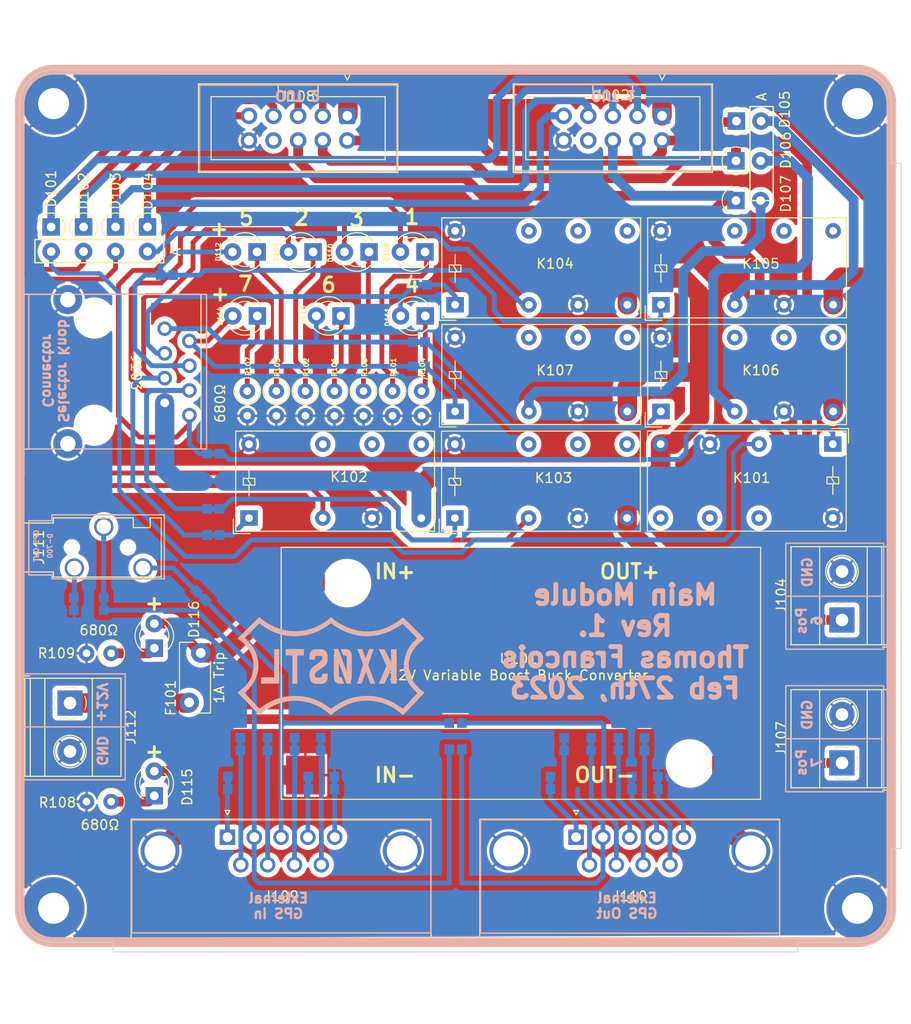
<source format=kicad_pcb>
(kicad_pcb (version 20211014) (generator pcbnew)
  (layers (0 "F.Cu" signal) (31 "B.Cu" signal) (34 "B.Paste" user) (35 "F.Paste" user) (36 "B.SilkS" user "B.Silkscreen") (37 "F.SilkS" user "F.Silkscreen") (38 "B.Mask" user) (39 "F.Mask" user) (44 "Edge.Cuts" user))
  (net 0 "")
  (net 1 "/Main & GPS Switching/Knob_Pos_1")
  (net 2 "+12V")
  (net 3 "/Main & GPS Switching/Knob_Pos_2")
  (net 4 "/Main & GPS Switching/Knob_Pos_3")
  (net 5 "/Main & GPS Switching/Knob_Pos_4")
  (net 6 "/Main & GPS Switching/Knob_Pos_5")
  (net 7 "/Main & GPS Switching/Knob_Pos_6")
  (net 8 "/Main & GPS Switching/Knob_Pos_7")
  (net 9 "+12P")
  (net 10 "GND")
  (net 13 "Net-(J109-Pad2)")
  (net 14 "Net-(D101-Pad2)")
  (net 15 "Net-(D102-Pad2)")
  (net 16 "Net-(D103-Pad2)")
  (net 17 "Net-(D104-Pad2)")
  (net 18 "Net-(D105-Pad2)")
  (net 19 "Net-(D106-Pad2)")
  (net 20 "Net-(D107-Pad2)")
  (net 21 "Net-(J103-Pad1)")
  (net 22 "Net-(J109-Pad1)")
  (net 23 "Net-(J109-Pad4)")
  (net 24 "Net-(J109-Pad5)")
  (net 25 "Net-(J109-Pad6)")
  (net 26 "Net-(J109-Pad7)")
  (net 27 "Net-(J109-Pad8)")
  (net 28 "Net-(J109-Pad9)")
  (net 29 "Net-(J110-Pad1)")
  (net 30 "Net-(J110-Pad2)")
  (net 31 "Net-(J110-Pad3)")
  (net 32 "Net-(J110-Pad4)")
  (net 33 "Net-(J110-Pad5)")
  (net 34 "Net-(J110-Pad6)")
  (net 35 "Net-(J110-Pad7)")
  (net 36 "Net-(J110-Pad8)")
  (net 37 "Net-(J110-Pad9)")
  (net 38 "Net-(J111-PadT)")
  (net 39 "Net-(D108-Pad1)")
  (net 40 "Net-(D109-Pad1)")
  (net 53 "Net-(D110-Pad1)")
  (net 54 "Net-(D111-Pad1)")
  (net 55 "Net-(D112-Pad1)")
  (net 56 "Net-(D113-Pad1)")
  (net 57 "Net-(D115-Pad1)")
  (net 58 "Net-(D116-Pad1)")
  (net 59 "Net-(J109-Pad3)")
  (net 60 "Net-(J111-PadR)")
  (net 61 "Net-(J111-PadS)")
  (net 62 "Net-(D108-Pad2)")
  (net 63 "Net-(D109-Pad2)")
  (net 64 "Net-(D110-Pad2)")
  (net 65 "Net-(D111-Pad2)")
  (net 66 "Net-(D112-Pad2)")
  (net 67 "Net-(D113-Pad2)")
  (net 68 "Net-(JP102-Pad2)")
  (net 69 "Net-(D114-Pad1)")
  (net 70 "Net-(D114-Pad2)")
  (net 71 "Net-(D116-Pad2)")
  (net 72 "Net-(JP103-Pad2)")
  (net 73 "Net-(JP104-Pad2)")
  (net 74 "Net-(JP105-Pad2)")
  (net 75 "Net-(JP106-Pad2)")
  (net 76 "Net-(JP107-Pad2)")
  (net 77 "Net-(JP108-Pad2)")
  (footprint "Resistor_THT:R_Axial_DIN0207_L6.3mm_D2.5mm_P2.54mm_Vertical" (layer "F.Cu") (at 40 43.655 -90)
    (fp_text reference "R102")
    (fp_text value "680Ω")
  )
  (footprint "Resistor_THT:R_Axial_DIN0207_L6.3mm_D2.5mm_P2.54mm_Vertical" (layer "F.Cu") (at 52 43.655 -90)
    (fp_text reference "R104")
    (fp_text value "680Ω")
  )
  (footprint "LED_THT:LED_D3.0mm" (layer "F.Cu") (at 46.571667 29.3 180)
    (fp_text reference "D110")
    (fp_text value "LED")
  )
  (footprint "Resistor_THT:R_Axial_DIN0207_L6.3mm_D2.5mm_P2.54mm_Vertical" (layer "F.Cu") (at 19.945001 70.7 180)
    (fp_text reference "R109")
    (fp_text value "680Ω")
  )
  (footprint "Diode_THT:D_A-405_P2.54mm_Vertical_AnodeUp" (layer "F.Cu") (at 84.5 15.8)
    (fp_text reference "D105")
    (fp_text value "D_Small_Filled")
  )
  (footprint "Relay_THT:Relay_DPDT_Finder_30.22" (layer "F.Cu") (at 55.458674 45.75)
    (fp_text reference "K107")
    (fp_text value "FINDER-40.52")
  )
  (footprint "Fuse:Fuse_Bourns_MF-RG300" (layer "F.Cu") (at 28.000001 75.7625 90)
    (fp_text reference "F101")
    (fp_text value "1A Trip")
  )
  (footprint "Relay_THT:Relay_DPDT_Finder_30.22" (layer "F.Cu") (at 55.458674 34.75)
    (fp_text reference "K104")
    (fp_text value "FINDER-40.52")
  )
  (footprint "Resistor_THT:R_Axial_DIN0207_L6.3mm_D2.5mm_P2.54mm_Vertical" (layer "F.Cu") (at 19.945002 86 180)
    (fp_text reference "R108")
    (fp_text value "680Ω")
  )
  (footprint "libraries:BoostBuck" (layer "F.Cu") (at 39.500001 61.7625)
    (fp_text reference "U101")
    (fp_text value "12V Variable Boost Buck Converter")
  )
  (footprint "Resistor_THT:R_Axial_DIN0207_L6.3mm_D2.5mm_P2.54mm_Vertical" (layer "F.Cu") (at 34 43.654999 -90)
    (fp_text reference "R107")
    (fp_text value "680Ω")
  )
  (footprint "Diode_THT:D_A-405_P2.54mm_Vertical_AnodeUp" (layer "F.Cu") (at 84.454999 19.9)
    (fp_text reference "D106")
    (fp_text value "D_Small_Filled")
  )
  (footprint "TerminalBlock_Phoenix:TerminalBlock_Phoenix_MKDS-1,5-2_1x02_P5.00mm_Horizontal" (layer "F.Cu") (at 15.695001 75.830001 -90)
    (fp_text reference "J112")
    (fp_text value "Power IN")
  )
  (footprint "Connector_Dsub:DSUB-9_Male_Horizontal_P2.77x2.84mm_EdgePinOffset7.70mm_Housed_MountingHolesOffset9.12mm" (layer "F.Cu") (at 31.950001 89.66967)
    (fp_text reference "J109")
    (fp_text value "External GPS IN")
  )
  (footprint "Resistor_THT:R_Axial_DIN0207_L6.3mm_D2.5mm_P2.54mm_Vertical" (layer "F.Cu") (at 37 43.655 -90)
    (fp_text reference "R105")
    (fp_text value "680Ω")
  )
  (footprint "libraries:M3_Mounting" (layer "F.Cu") (at 97.000001 14.000001)
    (fp_text reference "H102" hide)
    (fp_text value "Mounting Hole")
  )
  (footprint "LED_THT:LED_D3.0mm" (layer "F.Cu") (at 35.04 35.9 180)
    (fp_text reference "D114")
    (fp_text value "LED")
  )
  (footprint "LED_THT:LED_D3.0mm" (layer "F.Cu") (at 24.4 85.4 90)
    (fp_text reference "D115")
    (fp_text value "LED")
  )
  (footprint "Resistor_THT:R_Axial_DIN0207_L6.3mm_D2.5mm_P2.54mm_Vertical" (layer "F.Cu") (at 46 43.655 -90)
    (fp_text reference "R103")
    (fp_text value "680Ω")
  )
  (footprint "Diode_THT:D_A-405_P2.54mm_Vertical_AnodeUp" (layer "F.Cu") (at 84.454999 24)
    (fp_text reference "D107")
    (fp_text value "D_Small_Filled")
  )
  (footprint "Diode_THT:D_A-405_P2.54mm_Vertical_AnodeUp" (layer "F.Cu") (at 13.750001 26.7175 -90)
    (fp_text reference "D101")
    (fp_text value "D_Small_Filled")
  )
  (footprint "Resistor_THT:R_Axial_DIN0207_L6.3mm_D2.5mm_P2.54mm_Vertical" (layer "F.Cu") (at 43 43.66 -90)
    (fp_text reference "R106")
    (fp_text value "680Ω")
  )
  (footprint "Resistor_THT:R_Axial_DIN0207_L6.3mm_D2.5mm_P2.54mm_Vertical" (layer "F.Cu") (at 49 43.655 -90)
    (fp_text reference "R101")
    (fp_text value "680Ω")
  )
  (footprint "Relay_THT:Relay_DPDT_Finder_30.22" (layer "F.Cu") (at 94.455646 49.12085 180)
    (fp_text reference "K101")
    (fp_text value "FINDER-40.52")
  )
  (footprint "TerminalBlock_Phoenix:TerminalBlock_Phoenix_MKDS-1,5-2_1x02_P5.00mm_Horizontal" (layer "F.Cu") (at 95.400001 82.0125 90)
    (fp_text reference "J107")
    (fp_text value "KrakenSDR Relay Enable")
  )
  (footprint "Connector_Dsub:DSUB-9_Male_Horizontal_P2.77x2.84mm_EdgePinOffset7.70mm_Housed_MountingHolesOffset9.12mm" (layer "F.Cu") (at 67.950001 89.66967)
    (fp_text reference "J110")
    (fp_text value "External GPS OUT")
  )
  (footprint "Relay_THT:Relay_DPDT_Finder_30.22" (layer "F.Cu") (at 76.708674 45.75)
    (fp_text reference "K106")
    (fp_text value "FINDER-40.52")
  )
  (footprint "Connector_IDC:IDC-Header_2x05_P2.54mm_Vertical" (layer "F.Cu") (at 44.330001 15.26 -90)
    (fp_text reference "J108")
    (fp_text value "2x05 IDC Header - OUT 2")
  )
  (footprint "LED_THT:LED_D3.0mm" (layer "F.Cu") (at 52.35 29.3 180)
    (fp_text reference "D108")
    (fp_text value "LED")
  )
  (footprint "Relay_THT:Relay_DPDT_Finder_30.22" (layer "F.Cu") (at 76.708674 34.75)
    (fp_text reference "K105")
    (fp_text value "FINDER-40.52")
  )
  (footprint "Connector_IDC:IDC-Header_2x05_P2.54mm_Vertical" (layer "F.Cu") (at 76.823333 15.26 -90)
    (fp_text reference "J102")
    (fp_text value "2x05 IDC Header - OUT 1")
  )
  (footprint "Relay_THT:Relay_DPDT_Finder_30.22" (layer "F.Cu") (at 55.432501 56.75)
    (fp_text reference "K103")
    (fp_text value "FINDER-40.52")
  )
  (footprint "libraries:M3_Mounting" (layer "F.Cu") (at 14.000001 97.000001 180)
    (fp_text reference "H104" hide)
    (fp_text value "Mounting Hole")
  )
  (footprint "libraries:Mystery_3.5mm" (layer "F.Cu") (at 15.895001 59.7725 90)
    (fp_text reference "J111")
    (fp_text value "D-700 GPS")
  )
  (footprint "LED_THT:LED_D3.0mm" (layer "F.Cu") (at 24.4 70.175 90)
    (fp_text reference "D116")
    (fp_text value "LED")
  )
  (footprint "Diode_THT:D_A-405_P2.54mm_Vertical_AnodeUp" (layer "F.Cu") (at 17.1 26.7175 -90)
    (fp_text reference "D102")
    (fp_text value "D_Small_Filled")
  )
  (footprint "TerminalBlock_Phoenix:TerminalBlock_Phoenix_MKDS-1,5-2_1x02_P5.00mm_Horizontal" (layer "F.Cu") (at 95.400001 67.2625 90)
    (fp_text reference "J104")
    (fp_text value "External Relay Enable")
  )
  (footprint "LED_THT:LED_D3.0mm" (layer "F.Cu") (at 43.675 35.9 180)
    (fp_text reference "D113")
    (fp_text value "LED")
  )
  (footprint "LED_THT:LED_D3.0mm" (layer "F.Cu") (at 35.015001 29.3 180)
    (fp_text reference "D112")
    (fp_text value "LED")
  )
  (footprint "Diode_THT:D_A-405_P2.54mm_Vertical_AnodeUp" (layer "F.Cu") (at 20.4 26.7175 -90)
    (fp_text reference "D103")
    (fp_text value "D_Small_Filled")
  )
  (footprint "Diode_THT:D_A-405_P2.54mm_Vertical_AnodeUp" (layer "F.Cu") (at 23.7 26.7175 -90)
    (fp_text reference "D104")
    (fp_text value "D_Small_Filled")
  )
  (footprint "LED_THT:LED_D3.0mm" (layer "F.Cu") (at 40.793334 29.3 180)
    (fp_text reference "D109")
    (fp_text value "LED")
  )
  (footprint "LED_THT:LED_D3.0mm" (layer "F.Cu") (at 52.375 35.9 180)
    (fp_text reference "D111")
    (fp_text value "LED")
  )
  (footprint "libraries:M3_Mounting" (layer "F.Cu") (at 97.000001 97.000001 180)
    (fp_text reference "H103" hide)
    (fp_text value "Mounting Hole")
  )
  (footprint "Relay_THT:Relay_DPDT_Finder_30.22" (layer "F.Cu") (at 34.182501 56.75)
    (fp_text reference "K102")
    (fp_text value "FINDER-40.52")
  )
  (footprint "libraries:Mystery_RJ45" (layer "F.Cu") (at 25.475001 44.8125 -90)
    (fp_text reference "J103")
    (fp_text value "Selector Knob Connector" hide)
  )
  (footprint "libraries:M3_Mounting" (layer "F.Cu") (at 14.000001 14.000001)
    (fp_text reference "H101" hide)
    (fp_text value "Mounting Hole")
  )
  (footprint "libraries:LogoSmallInvert" (layer "B.Cu") (at 42.655595 72.017615 180)
    (fp_text reference "G***" hide)
    (fp_text value "LOGO" hide)
  )
  (footprint "libraries:1.0mm_Bridge" (layer "B.Cu") (at 76.4 84.0625 -90)
    (fp_text reference "JP126" hide)
    (fp_text value "Jumper_2_Bridged")
  )
  (footprint "libraries:1.0mm_Bridge" (layer "B.Cu") (at 51.9 32.7)
    (fp_text reference "JP105" hide)
    (fp_text value "Jumper_2_Bridged")
  )
  (footprint "libraries:1.0mm_Bridge" (layer "B.Cu") (at 33.300001 80.0625 90)
    (fp_text reference "JP111" hide)
    (fp_text value "Jumper_2_Bridged")
  )
  (footprint "libraries:1.0mm_Bridge" (layer "B.Cu") (at 16.1 65.6 -90)
    (fp_text reference "JP129" hide)
    (fp_text value "Jumper_2_Bridged")
  )
  (footprint "libraries:1.0mm_Bridge" (layer "B.Cu") (at 41.6 80.0625 90)
    (fp_text reference "JP123" hide)
    (fp_text value "Jumper_2_Bridged")
  )
  (footprint "libraries:1.0mm_Bridge_Open" (layer "B.Cu") (at 55.5 77.9)
    (fp_text reference "JP118" hide)
    (fp_text value "Jumper_2_Bridged")
  )
  (footprint "libraries:1.0mm_Bridge" (layer "B.Cu") (at 36.100001 80.0625 90)
    (fp_text reference "JP115" hide)
    (fp_text value "Jumper_2_Bridged")
  )
  (footprint "libraries:1.0mm_Bridge" (layer "B.Cu") (at 29.200001 64.7625 -45)
    (fp_text reference "JP127" hide)
    (fp_text value "Jumper_2_Bridged")
  )
  (footprint "libraries:1.0mm_Bridge" (layer "B.Cu") (at 69.5 80.0625 -90)
    (fp_text reference "JP116" hide)
    (fp_text value "Jumper_2_Bridged")
  )
  (footprint "libraries:1.0mm_Bridge" (layer "B.Cu") (at 65.3 84.0625 -90)
    (fp_text reference "JP110" hide)
    (fp_text value "Jumper_2_Bridged")
  )
  (footprint "libraries:1.0mm_Bridge" (layer "B.Cu") (at 30.5 52.94)
    (fp_text reference "JP101" hide)
    (fp_text value "Jumper_2_Bridged")
  )
  (footprint "libraries:1.0mm_Bridge" (layer "B.Cu") (at 51.7 38.6)
    (fp_text reference "JP107" hide)
    (fp_text value "Jumper_2_Bridged")
  )
  (footprint "libraries:1.0mm_Bridge" (layer "B.Cu") (at 30.5 58.5)
    (fp_text reference "JP103" hide)
    (fp_text value "Jumper_2_Bridged")
  )
  (footprint "libraries:1.0mm_Bridge" (layer "B.Cu") (at 75 80.0625 -90)
    (fp_text reference "JP124" hide)
    (fp_text value "Jumper_2_Bridged")
  )
  (footprint "libraries:1.0mm_Bridge_Open" (layer "B.Cu") (at 55.5 80.6)
    (fp_text reference "JP114" hide)
    (fp_text value "Jumper_2_Bridged")
  )
  (footprint "libraries:1.0mm_Bridge" (layer "B.Cu") (at 32.000001 84.0625 90)
    (fp_text reference "JP109" hide)
    (fp_text value "Jumper_2_Bridged")
  )
  (footprint "libraries:1.0mm_Bridge" (layer "B.Cu") (at 38.9 80.0625 90)
    (fp_text reference "JP119" hide)
    (fp_text value "Jumper_2_Bridged")
  )
  (footprint "libraries:1.0mm_Bridge" (layer "B.Cu") (at 30.5 50.1)
    (fp_text reference "JP102" hide)
    (fp_text value "Jumper_2_Bridged")
  )
  (footprint "libraries:1.0mm_Bridge" (layer "B.Cu") (at 73.7 84.0625 -90)
    (fp_text reference "JP122" hide)
    (fp_text value "Jumper_2_Bridged")
  )
  (footprint "libraries:1.0mm_Bridge" (layer "B.Cu") (at 30.5 55.8)
    (fp_text reference "JP104" hide)
    (fp_text value "Jumper_2_Bridged")
  )
  (footprint "libraries:1.0mm_Bridge" (layer "B.Cu") (at 40.3 84.0625 90)
    (fp_text reference "JP121" hide)
    (fp_text value "Jumper_2_Bridged")
  )
  (footprint "libraries:1.0mm_Bridge" (layer "B.Cu") (at 66.7 80.0625 -90)
    (fp_text reference "JP112" hide)
    (fp_text value "Jumper_2_Bridged")
  )
  (footprint "libraries:1.0mm_Bridge" (layer "B.Cu") (at 43 84.0625 90)
    (fp_text reference "JP125" hide)
    (fp_text value "Jumper_2_Bridged")
  )
  (footprint "libraries:1.0mm_Bridge" (layer "B.Cu") (at 72.3 80.0625 -90)
    (fp_text reference "JP120" hide)
    (fp_text value "Jumper_2_Bridged")
  )
  (footprint "libraries:1.0mm_Bridge" (layer "B.Cu") (at 51.7 41.1)
    (fp_text reference "JP108" hide)
    (fp_text value "Jumper_2_Bridged")
  )
  (footprint "libraries:1.0mm_Bridge" (layer "B.Cu") (at 19.170002 65.6 -90)
    (fp_text reference "JP128" hide)
    (fp_text value "Jumper_2_Bridged")
  )
  (footprint "libraries:1.0mm_Bridge" (layer "B.Cu") (at 25.7 31.7)
    (fp_text reference "JP106" hide)
    (fp_text value "Jumper_2_Bridged")
  )
  (gr_poly (pts (xy 99.7 84.978877) (xy 89.59417 84.978877) (xy 89.59417 74.044386) (xy 99.7 74.044386)) (layer "B.SilkS") (width 0.15) (fill none))
  (gr_arc (start 10.500001 13.999999) (mid 11.525128 11.525126) (end 14.000001 10.499999) (layer "B.SilkS") (width 1))
  (gr_rect (start 22.075636 87.900684) (end 52.942323 99.543472) (layer "B.SilkS") (width 0.15) (fill none))
  (gr_poly (pts (xy 99.708945 70.277141) (xy 89.603115 70.277141) (xy 89.603115 59.34265) (xy 99.708945 59.34265)) (layer "B.SilkS") (width 0.15) (fill none))
  (gr_line (start 13.831511 63.018575) (end 13.831511 62.618575) (layer "B.SilkS") (width 0.15))
  (gr_line (start 99.7 79.511631) (end 89.583624 79.511632) (layer "B.SilkS") (width 0.15))
  (gr_rect (start 61.57419 12.067707) (end 81.941146 20.941219) (layer "B.SilkS") (width 0.15) (fill none))
  (gr_line (start 13.831511 57.018575) (end 13.831511 56.418575) (layer "B.SilkS") (width 0.15))
  (gr_line (start 14.000001 10.499999) (end 97 10.5) (layer "B.SilkS") (width 1))
  (gr_line (start 25.431511 63.018575) (end 13.831511 63.018575) (layer "B.SilkS") (width 0.15))
  (gr_line (start 11.45 57.018575) (end 13.831511 57.018575) (layer "B.SilkS") (width 0.15))
  (gr_arc (start 97 10.5) (mid 99.474873 11.525127) (end 100.5 14) (layer "B.SilkS") (width 1))
  (gr_line (start 13.831511 62.618575) (end 11.45 62.618575) (layer "B.SilkS") (width 0.15))
  (gr_rect (start 29.077231 12.088314) (end 49.444187 20.961826) (layer "B.SilkS") (width 0.15) (fill none))
  (gr_line (start 25.431511 56.418575) (end 25.431511 63.018575) (layer "B.SilkS") (width 0.15))
  (gr_line (start 99.7 64.809895) (end 89.603115 64.809896) (layer "B.SilkS") (width 0.15))
  (gr_line (start 10.894171 78.295255) (end 21.400001 78.295254) (layer "B.SilkS") (width 0.15))
  (gr_line (start 13.831511 56.418575) (end 25.431511 56.418575) (layer "B.SilkS") (width 0.15))
  (gr_line (start 97.000001 100.499999) (end 14.000002 100.499998) (layer "B.SilkS") (width 1))
  (gr_rect (start 58.084115 87.880612) (end 88.950802 99.5734) (layer "B.SilkS") (width 0.15) (fill none))
  (gr_arc (start 100.500001 96.999999) (mid 99.474874 99.474872) (end 97.000001 100.499999) (layer "B.SilkS") (width 1))
  (gr_line (start 11.45 62.618575) (end 11.45 57.018575) (layer "B.SilkS") (width 0.15))
  (gr_rect (start 11.45 33.670377) (end 29.796594 49.620443) (layer "B.SilkS") (width 0.15) (fill none))
  (gr_line (start 100.5 14) (end 100.500001 96.999999) (layer "B.SilkS") (width 1))
  (gr_line (start 10.500001 96.999998) (end 10.5 13.999999) (layer "B.SilkS") (width 1))
  (gr_arc (start 14.000002 100.499998) (mid 11.525129 99.474871) (end 10.500002 96.999998) (layer "B.SilkS") (width 1))
  (gr_rect (start 10.894171 72.828009) (end 21.400001 83.7625) (layer "B.SilkS") (width 0.15) (fill none))
  (gr_rect (start 12.077777 28.014105) (end 25.377777 30.414105) (layer "F.SilkS") (width 0.15) (fill none))
  (gr_arc (start 14 100.5) (mid 11.525127 99.474873) (end 10.5 97) (layer "F.SilkS") (width 1))
  (gr_arc (start 10.500001 14.000001) (mid 11.525128 11.525128) (end 14.000001 10.500001) (layer "F.SilkS") (width 1))
  (gr_line (start 100.5 14) (end 100.499999 96.999999) (layer "F.SilkS") (width 1))
  (gr_line (start 14.000001 10.500001) (end 97 10.5) (layer "F.SilkS") (width 1))
  (gr_line (start 96.999999 100.500001) (end 14 100.500002) (layer "F.SilkS") (width 1))
  (gr_poly (pts (xy 85.9 24) (xy 85.9 14.3) (xy 88.3 14.3) (xy 88.3 24)) (layer "F.SilkS") (width 0.15) (fill none))
  (gr_arc (start 100.499999 96.999999) (mid 99.474872 99.474872) (end 96.999999 100.499999) (layer "F.SilkS") (width 1))
  (gr_arc (start 97 10.5) (mid 99.474873 11.525127) (end 100.5 14) (layer "F.SilkS") (width 1))
  (gr_line (start 10.5 97) (end 10.500001 14.000001) (layer "F.SilkS") (width 1))
  (gr_line (start 90.85 101.5) (end 90.85 100.5) (layer "Edge.Cuts") (width 0.1))
  (gr_line (start 97.000001 100.500001) (end 90.85 100.5) (layer "Edge.Cuts") (width 0.1))
  (gr_line (start 100.5 90.850003) (end 101.5 90.850003) (layer "Edge.Cuts") (width 0.1))
  (gr_line (start 14.000001 10.500001) (end 97 10.500002) (layer "Edge.Cuts") (width 0.1))
  (gr_line (start 100.500001 97.000001) (end 100.5 90.850003) (layer "Edge.Cuts") (width 0.1))
  (gr_arc (start 97 10.500002) (mid 99.474874 11.525128) (end 100.5 14.000002) (layer "Edge.Cuts") (width 0.1))
  (gr_line (start 100.5 14.000002) (end 100.5 20.150003) (layer "Edge.Cuts") (width 0.1))
  (gr_line (start 10.500002 97) (end 10.500001 14.000001) (layer "Edge.Cuts") (width 0.1))
  (gr_arc (start 14.000002 100.5) (mid 11.525128 99.474874) (end 10.500002 97) (layer "Edge.Cuts") (width 0.1))
  (gr_line (start 100.5 20.150003) (end 101.5 20.150003) (layer "Edge.Cuts") (width 0.1))
  (gr_arc (start 10.500001 14.000001) (mid 11.525127 11.525127) (end 14.000001 10.500001) (layer "Edge.Cuts") (width 0.1))
  (gr_line (start 90.85 101.5) (end 20.15 101.5) (layer "Edge.Cuts") (width 0.1))
  (gr_line (start 20.15 100.5) (end 20.15 101.5) (layer "Edge.Cuts") (width 0.1))
  (gr_line (start 14.000002 100.5) (end 20.15 100.5) (layer "Edge.Cuts") (width 0.1))
  (gr_arc (start 100.500001 97.000001) (mid 99.474875 99.474875) (end 97.000001 100.500001) (layer "Edge.Cuts") (width 0.1))
  (gr_line (start 101.5 90.850003) (end 101.5 20.150003) (layer "Edge.Cuts") (width 0.1))
  (gr_text "External\nGPS In" (at 37.200001 96.7625) (layer "B.SilkS") (effects (font (size 1 1) (thickness 0.25)) (justify mirror)))
  (gr_text "D-700" (at 13.631511 59.618575 90) (layer "B.SilkS") (effects (font (size 0.5 0.5) (thickness 0.125)) (justify mirror)))
  (gr_text "OUT 2" (at 39.200001 13.1625 180) (layer "B.SilkS") (effects (font (size 1 1) (thickness 0.25)) (justify mirror)))
  (gr_text "OUT 1" (at 71.800001 13.1625 180) (layer "B.SilkS") (effects (font (size 1 1) (thickness 0.25)) (justify mirror)))
  (gr_text "GND" (at 91.819492 62.34265 90) (layer "B.SilkS") (effects (font (size 1 1) (thickness 0.25)) (justify mirror)))
  (gr_text "+12V" (at 19.000001 75.7625 270) (layer "B.SilkS") (effects (font (size 1 1) (thickness 0.25)) (justify mirror)))
  (gr_text "Pos\n7" (at 92.016378 81.9625 90) (layer "B.SilkS") (effects (font (size 1 1) (thickness 0.25)) (justify mirror)))
  (gr_text "Pos\n6" (at 92.016378 67.34265 90) (layer "B.SilkS") (effects (font (size 1 1) (thickness 0.25)) (justify mirror)))
  (gr_text "Main Module\nRev 1.\nThomas Francois\nFeb 27th, 2023" (at 73 69.5) (layer "B.SilkS") (effects (font (size 2 2) (thickness 0.5)) (justify mirror)))
  (gr_text "Selector Knob\nConnector" (at 14.200001 41.5625 -90) (layer "B.SilkS") (effects (font (size 1 1) (thickness 0.25)) (justify mirror)))
  (gr_text "GPS OUT" (at 12.223502 59.612032 90) (layer "B.SilkS") (effects (font (size 0.5 0.5) (thickness 0.125)) (justify mirror)))
  (gr_text "GND" (at 91.800001 77.044386 90) (layer "B.SilkS") (effects (font (size 1 1) (thickness 0.25)) (justify mirror)))
  (gr_text "External\nGPS Out" (at 73.20848 96.742428) (layer "B.SilkS") (effects (font (size 1 1) (thickness 0.25)) (justify mirror)))
  (gr_text "GND" (at 19.000001 80.7625 270) (layer "B.SilkS") (effects (font (size 1 1) (thickness 0.25)) (justify mirror)))
  (gr_text "IN+" (at 49.250001 62.2625) (layer "F.SilkS") (effects (font (size 1.5 1.5) (thickness 0.3))))
  (gr_text "4" (at 51 32.7) (layer "F.SilkS") (effects (font (size 1.5 1.5) (thickness 0.3))))
  (gr_text "1" (at 51 25.7) (layer "F.SilkS") (effects (font (size 1.5 1.5) (thickness 0.3))))
  (gr_text "OUT-" (at 70.900001 83.2625) (layer "F.SilkS") (effects (font (size 1.5 1.5) (thickness 0.3))))
  (gr_text "3" (at 45.3 25.9) (layer "F.SilkS") (effects (font (size 1.5 1.5) (thickness 0.3))))
  (gr_text "+" (at 31.2 33.6) (layer "F.SilkS") (effects (font (size 1.5 1.5) (thickness 0.3)) (justify mirror)))
  (gr_text "OUT+" (at 73.500001 62.2625) (layer "F.SilkS") (effects (font (size 1.5 1.5) (thickness 0.3))))
  (gr_text "+" (at 24.4 80.8) (layer "F.SilkS") (effects (font (size 1.5 1.5) (thickness 0.3)) (justify mirror)))
  (gr_text "+" (at 24.4 65.5) (layer "F.SilkS") (effects (font (size 1.5 1.5) (thickness 0.3)) (justify mirror)))
  (gr_text "2" (at 39.6 25.8) (layer "F.SilkS") (effects (font (size 1.5 1.5) (thickness 0.3))))
  (gr_text "IN-" (at 49.250001 83.2625) (layer "F.SilkS") (effects (font (size 1.5 1.5) (thickness 0.3))))
  (gr_text "7" (at 33.8 32.6) (layer "F.SilkS") (effects (font (size 1.5 1.5) (thickness 0.3))))
  (gr_text "6" (at 42.4 32.7) (layer "F.SilkS") (effects (font (size 1.5 1.5) (thickness 0.3))))
  (gr_text "+" (at 31.1 26.9) (layer "F.SilkS") (effects (font (size 1.5 1.5) (thickness 0.3)) (justify mirror)))
  (gr_text "5" (at 33.9 25.8) (layer "F.SilkS") (effects (font (size 1.5 1.5) (thickness 0.3))))
  (segment (start 41.790001 12.0525) (end 41.790001 15.26) (width 0.75) (layer "F.Cu") (net 1))
  (segment (start 41.22395 11.486449) (end 41.790001 12.0525) (width 0.75) (layer "F.Cu") (net 1))
  (segment (start 13.750001 24.449999) (end 26.713551 11.486449) (width 0.75) (layer "F.Cu") (net 1))
  (segment (start 13.750001 26.7175) (end 13.750001 24.449999) (width 0.75) (layer "F.Cu") (net 1))
  (segment (start 26.713551 11.486449) (end 41.22395 11.486449) (width 0.75) (layer "F.Cu") (net 1))
  (segment (start 59.751441 17.26106) (end 59.751441 16.0125) (width 0.75) (layer "B.Cu") (net 1))
  (segment (start 13.750001 26.2625) (end 13.750001 26.7175) (width 0.45) (layer "B.Cu") (net 1))
  (segment (start 61.784768 11.486449) (end 73.12395 11.486449) (width 0.75) (layer "B.Cu") (net 1))
  (segment (start 59.751441 17.26106) (end 59.751441 13.519776) (width 0.75) (layer "B.Cu") (net 1))
  (segment (start 74.283333 12.645832) (end 74.283333 15.26) (width 0.75) (layer "B.Cu") (net 1))
  (segment (start 18.48799 19.774511) (end 13.750001 24.5125) (width 0.75) (layer "B.Cu") (net 1))
  (segment (start 13.750001 24.5125) (end 13.750001 26.7175) (width 0.75) (layer "B.Cu") (net 1))
  (segment (start 58.98799 19.774511) (end 18.48799 19.774511) (width 0.75) (layer "B.Cu") (net 1))
  (segment (start 59.751441 19.01106) (end 58.98799 19.774511) (width 0.75) (layer "B.Cu") (net 1))
  (segment (start 59.751441 17.26106) (end 59.751441 19.01106) (width 0.75) (layer "B.Cu") (net 1))
  (segment (start 59.751441 13.519776) (end 61.784768 11.486449) (width 0.75) (layer "B.Cu") (net 1))
  (segment (start 73.12395 11.486449) (end 74.283333 12.645832) (width 0.75) (layer "B.Cu") (net 1))
  (segment (start 15.695001 75.830001) (end 27.950001 75.830001) (width 2) (layer "F.Cu") (net 2))
  (segment (start 15.695001 75.830001) (end 15.745001 75.780001) (width 2) (layer "F.Cu") (net 2))
  (segment (start 27.950001 75.830001) (end 28.000001 75.780001) (width 2) (layer "F.Cu") (net 2))
  (segment (start 27.814031 12.585969) (end 38.32347 12.585969) (width 0.75) (layer "F.Cu") (net 3))
  (segment (start 17.1 26.7175) (end 17.1 23.3) (width 0.75) (layer "F.Cu") (net 3))
  (segment (start 39.250001 13.5125) (end 39.250001 15.26) (width 0.75) (layer "F.Cu") (net 3))
  (segment (start 17.1 23.3) (end 27.814031 12.585969) (width 0.75) (layer "F.Cu") (net 3))
  (segment (start 38.32347 12.585969) (end 39.250001 13.5125) (width 0.75) (layer "F.Cu") (net 3))
  (segment (start 71.743333 13.705832) (end 70.62347 12.585969) (width 0.75) (layer "B.Cu") (net 3))
  (segment (start 17.1 23.8) (end 17.1 26.7175) (width 0.75) (layer "B.Cu") (net 3))
  (segment (start 61.23847 21.274031) (end 19.625969 21.274031) (width 0.75) (layer "B.Cu") (net 3))
  (segment (start 71.743333 15.26) (end 71.743333 13.705832) (width 0.75) (layer "B.Cu") (net 3))
  (segment (start 70.62347 12.585969) (end 62.80589 12.585969) (width 0.75) (layer "B.Cu") (net 3))
  (segment (start 62.80589 12.585969) (end 61.250961 14.140898) (width 0.75) (layer "B.Cu") (net 3))
  (segment (start 61.250961 21.26154) (end 61.23847 21.274031) (width 0.75) (layer "B.Cu") (net 3))
  (segment (start 61.250961 14.140898) (end 61.250961 21.26154) (width 0.75) (layer "B.Cu") (net 3))
  (segment (start 19.625969 21.274031) (end 17.1 23.8) (width 0.75) (layer "B.Cu") (net 3))
  (segment (start 20.4 26.7175) (end 20.4 24.2) (width 0.75) (layer "F.Cu") (net 4))
  (segment (start 36.710001 15.26) (end 36.710001 14.3025) (width 0.75) (layer "F.Cu") (net 4))
  (segment (start 36.09299 13.685489) (end 29.014511 13.685489) (width 0.75) (layer "F.Cu") (net 4))
  (segment (start 20.4 22.3) (end 29.014511 13.685489) (width 0.75) (layer "F.Cu") (net 4))
  (segment (start 20.4 24.2) (end 20.4 22.3) (width 0.75) (layer "F.Cu") (net 4))
  (segment (start 36.710001 14.3025) (end 36.09299 13.685489) (width 0.75) (layer "F.Cu") (net 4))
  (segment (start 62.750481 22.141378) (end 62.750481 14.76202) (width 0.75) (layer "B.Cu") (net 4))
  (segment (start 22.126449 22.773551) (end 20.4 24.5) (width 0.75) (layer "B.Cu") (net 4))
  (segment (start 26.126449 22.773551) (end 22.126449 22.773551) (width 0.75) (layer "B.Cu") (net 4))
  (segment (start 24.426449 22.773551) (end 26.126449 22.773551) (width 0.75) (layer "B.Cu") (net 4))
  (segment (start 26.126449 22.773551) (end 62.118308 22.773551) (width 0.75) (layer "B.Cu") (net 4))
  (segment (start 20.4 24.5) (end 20.4 26.7175) (width 0.75) (layer "B.Cu") (net 4))
  (segment (start 69.203333 14.309168) (end 69.203333 15.26) (width 0.75) (layer "B.Cu") (net 4))
  (segment (start 62.750481 14.76202) (end 63.827012 13.685489) (width 0.75) (layer "B.Cu") (net 4))
  (segment (start 68.579654 13.685489) (end 69.203333 14.309168) (width 0.75) (layer "B.Cu") (net 4))
  (segment (start 62.118308 22.773551) (end 62.750481 22.141378) (width 0.75) (layer "B.Cu") (net 4))
  (segment (start 63.827012 13.685489) (end 68.579654 13.685489) (width 0.75) (layer "B.Cu") (net 4))
  (segment (start 29.64 15.26) (end 32.752501 15.26) (width 0.75) (layer "F.Cu") (net 5))
  (segment (start 34.170001 15.26) (end 32.752501 15.26) (width 0.75) (layer "F.Cu") (net 5))
  (segment (start 32.752501 15.26) (end 32.750001 15.2625) (width 0.75) (layer "F.Cu") (net 5))
  (segment (start 23.7 21.2) (end 29.64 15.26) (width 0.75) (layer "F.Cu") (net 5))
  (segment (start 23.7 26.7175) (end 23.7 21.2) (width 0.75) (layer "F.Cu") (net 5))
  (segment (start 62.73943 24.273071) (end 64.250001 22.7625) (width 0.75) (layer "B.Cu") (net 5))
  (segment (start 30.826929 24.273071) (end 62.73943 24.273071) (width 0.75) (layer "B.Cu") (net 5))
  (segment (start 65.002501 15.26) (end 66.663333 15.26) (width 0.75) (layer "B.Cu") (net 5))
  (segment (start 64.250001 16.0125) (end 65.002501 15.26) (width 0.75) (layer "B.Cu") (net 5))
  (segment (start 28.826929 24.273071) (end 30.826929 24.273071) (width 0.75) (layer "B.Cu") (net 5))
  (segment (start 30.826929 24.273071) (end 24.226929 24.273071) (width 0.75) (layer "B.Cu") (net 5))
  (segment (start 23.7 24.8) (end 23.7 26.7175) (width 0.75) (layer "B.Cu") (net 5))
  (segment (start 64.250001 22.7625) (end 64.250001 16.0125) (width 0.75) (layer "B.Cu") (net 5))
  (segment (start 24.226929 24.273071) (end 23.7 24.8) (width 0.75) (layer "B.Cu") (net 5))
  (segment (start 57.7 17.8) (end 59.8 19.9) (width 1) (layer "F.Cu") (net 6))
  (segment (start 76.823333 18.976667) (end 76.823333 17.8) (width 1) (layer "F.Cu") (net 6))
  (segment (start 76.823333 17.8) (end 78.4 17.8) (width 1) (layer "F.Cu") (net 6))
  (segment (start 75.9 19.9) (end 76.823333 18.976667) (width 1) (layer "F.Cu") (net 6))
  (segment (start 84.4 15.9) (end 84.5 15.8) (width 1) (layer "F.Cu") (net 6))
  (segment (start 44.330001 17.8) (end 57.7 17.8) (width 1) (layer "F.Cu") (net 6))
  (segment (start 80.3 15.9) (end 84.4 15.9) (width 1) (layer "F.Cu") (net 6))
  (segment (start 78.4 17.8) (end 80.3 15.9) (width 1) (layer "F.Cu") (net 6))
  (segment (start 59.8 19.9) (end 75.9 19.9) (width 1) (layer "F.Cu") (net 6))
  (segment (start 91.796272 19.996272) (end 89.7 17.9) (width 1) (layer "F.Cu") (net 7))
  (segment (start 57.2 19.9) (end 42.580002 19.9) (width 1) (layer "F.Cu") (net 7))
  (segment (start 89.7 17.9) (end 85 17.9) (width 1) (layer "F.Cu") (net 7))
  (segment (start 84.454999 18.445001) (end 85 17.9) (width 1) (layer "F.Cu") (net 7))
  (segment (start 95.400001 67.2625) (end 93.500001 67.2625) (width 1) (layer "F.Cu") (net 7))
  (segment (start 42.580002 19.9) (end 41.790001 19.109999) (width 1) (layer "F.Cu") (net 7))
  (segment (start 59 21.7) (end 57.2 19.9) (width 1) (layer "F.Cu") (net 7))
  (segment (start 84.454999 19.9) (end 84.454999 18.445001) (width 1) (layer "F.Cu") (net 7))
  (segment (start 82.5 19.9) (end 84.454999 19.9) (width 1) (layer "F.Cu") (net 7))
  (segment (start 77 21.7) (end 78.8 19.9) (width 1) (layer "F.Cu") (net 7))
  (segment (start 77 21.7) (end 59 21.7) (width 1) (layer "F.Cu") (net 7))
  (segment (start 91.796272 65.558771) (end 91.796272 19.996272) (width 1) (layer "F.Cu") (net 7))
  (segment (start 78.8 19.9) (end 82.5 19.9) (width 1) (layer "F.Cu") (net 7))
  (segment (start 41.790001 19.109999) (end 41.790001 17.8) (width 1) (layer "F.Cu") (net 7))
  (segment (start 93.500001 67.2625) (end 91.796272 65.558771) (width 1) (layer "F.Cu") (net 7))
  (segment (start 74.283333 19.483333) (end 74.7 19.9) (width 1) (layer "B.Cu") (net 7))
  (segment (start 74.283333 17.8) (end 74.283333 19.483333) (width 1) (layer "B.Cu") (net 7))
  (segment (start 74.7 19.9) (end 84.454999 19.9) (width 1) (layer "B.Cu") (net 7))
  (segment (start 88.981171 48.281171) (end 86.9 46.2) (width 1) (layer "F.Cu") (net 8))
  (segment (start 92.750001 82.0125) (end 91.750001 81.0125) (width 1) (layer "F.Cu") (net 8))
  (segment (start 56.5 21.7) (end 58.3 23.5) (width 1) (layer "F.Cu") (net 8))
  (segment (start 91.750001 73.2625) (end 88.981171 70.49367) (width 1) (layer "F.Cu") (net 8))
  (segment (start 95.400001 82.0125) (end 92.750001 82.0125) (width 1) (layer "F.Cu") (net 8))
  (segment (start 88.981171 70.49367) (end 88.981171 48.281171) (width 1) (layer "F.Cu") (net 8))
  (segment (start 82.1 25.1) (end 83.2 24) (width 1) (layer "F.Cu") (net 8))
  (segment (start 82.1 28.1) (end 82.1 25.1) (width 1) (layer "F.Cu") (net 8))
  (segment (start 85.4 29.5) (end 83.5 29.5) (width 1) (layer "F.Cu") (net 8))
  (segment (start 83.954999 23.5) (end 84.454999 24) (width 1) (layer "F.Cu") (net 8))
  (segment (start 41.1 21.7) (end 56.5 21.7) (width 1) (layer "F.Cu") (net 8))
  (segment (start 58.3 23.5) (end 83.954999 23.5) (width 1) (layer "F.Cu") (net 8))
  (segment (start 83.2 24) (end 84.454999 24) (width 1) (layer "F.Cu") (net 8))
  (segment (start 91.750001 81.0125) (end 91.750001 73.2625) (width 1) (layer "F.Cu") (net 8))
  (segment (start 39.250001 19.850001) (end 41.1 21.7) (width 1) (layer "F.Cu") (net 8))
  (segment (start 86.9 31) (end 85.4 29.5) (width 1) (layer "F.Cu") (net 8))
  (segment (start 86.9 46.2) (end 86.9 31) (width 1) (layer "F.Cu") (net 8))
  (segment (start 83.5 29.5) (end 82.1 28.1) (width 1) (layer "F.Cu") (net 8))
  (segment (start 39.250001 17.8) (end 39.250001 19.850001) (width 1) (layer "F.Cu") (net 8))
  (segment (start 71.743333 21.343333) (end 73.9 23.5) (width 1) (layer "B.Cu") (net 8))
  (segment (start 83.954999 23.5) (end 84.454999 24) (width 1) (layer "B.Cu") (net 8))
  (segment (start 71.743333 17.8) (end 71.743333 21.343333) (width 1) (layer "B.Cu") (net 8))
  (segment (start 73.9 23.5) (end 83.954999 23.5) (width 1) (layer "B.Cu") (net 8))
  (segment (start 94.488674 32.711326) (end 95.300001 31.899999) (width 2) (layer "F.Cu") (net 9))
  (segment (start 51.962501 53.625) (end 52.037501 53.55) (width 2) (layer "F.Cu") (net 9))
  (segment (start 52.825001 52.5125) (end 52.037501 53.3) (width 2) (layer "F.Cu") (net 9))
  (segment (start 44.389512 12.622989) (end 44.389512 14.5125) (width 2) (layer "F.Cu") (net 9))
  (segment (start 98.000001 85.2625) (end 99.000001 84.2625) (width 2) (layer "F.Cu") (net 9))
  (segment (start 24.4 82.86) (end 25.94 82.86) (width 1) (layer "F.Cu") (net 9))
  (segment (start 99.000001 42.200001) (end 99.000001 31.899999) (width 2) (layer "F.Cu") (net 9))
  (segment (start 73.212501 57.88137) (end 77.593631 62.2625) (width 2) (layer "F.Cu") (net 9))
  (segment (start 44.389513 13.236102) (end 44.389513 15.125613) (width 2) (layer "F.Cu") (net 9))
  (segment (start 74.8 41.7) (end 80.7 41.7) (width 2) (layer "F.Cu") (net 9))
  (segment (start 25.94 82.86) (end 31.3 77.5) (width 1) (layer "F.Cu") (net 9))
  (segment (start 73.238674 32.861326) (end 74.1 32) (width 2) (layer "F.Cu") (net 9))
  (segment (start 99.000001 84.2625) (end 99.000001 42.200001) (width 2) (layer "F.Cu") (net 9))
  (segment (start 72.500001 52.5125) (end 70.750001 52.5125) (width 2) (layer "F.Cu") (net 9))
  (segment (start 88.500001 80.7625) (end 88.500001 84.0125) (width 2) (layer "F.Cu") (net 9))
  (segment (start 76.675646 51.724354) (end 76.675646 49.12085) (width 2) (layer "F.Cu") (net 9))
  (segment (start 74.1 32) (end 79 32) (width 2) (layer "F.Cu") (net 9))
  (segment (start 95.577347 42.200001) (end 99.000001 42.200001) (width 2) (layer "F.Cu") (net 9))
  (segment (start 84.000001 62.2625) (end 84.000001 76.2625) (width 2) (layer "F.Cu") (net 9))
  (segment (start 78.750001 12.0125) (end 45.000001 12.0125) (width 2) (layer "F.Cu") (net 9))
  (segment (start 77.97915 49.12085) (end 76.675646 49.12085) (width 2) (layer "F.Cu") (net 9))
  (segment (start 80.7 41.7) (end 80.7 46.4) (width 2) (layer "F.Cu") (net 9))
  (segment (start 76.823333 12.01) (end 76.823333 15.26) (width 2) (layer "F.Cu") (net 9))
  (segment (start 73.238674 34.75) (end 73.238674 32.861326) (width 2) (layer "F.Cu") (net 9))
  (segment (start 87.000001 12.0125) (end 78.750001 12.0125) (width 2) (layer "F.Cu") (net 9))
  (segment (start 88.500001 84.0125) (end 89.750001 85.2625) (width 2) (layer "F.Cu") (net 9))
  (segment (start 79 32) (end 80.7 33.7) (width 2) (layer "F.Cu") (net 9))
  (segment (start 73.212501 56.75) (end 73.212501 53.225) (width 2) (layer "F.Cu") (net 9))
  (segment (start 51.962501 56.75) (end 51.962501 54.8) (width 2) (layer "F.Cu") (net 9))
  (segment (start 94.488674 43.288674) (end 95.577347 42.200001) (width 2) (layer "F.Cu") (net 9))
  (segment (start 94.488674 45.75) (end 94.488674 43.288674) (width 2) (layer "F.Cu") (net 9))
  (segment (start 80.7 33.7) (end 80.7 41.7) (width 2) (layer "F.Cu") (net 9))
  (segment (start 51.962501 54.725) (end 51.962501 54.8) (width 2) (layer "F.Cu") (net 9))
  (segment (start 73.238674 45.75) (end 73.238674 43.261326) (width 2) (layer "F.Cu") (net 9))
  (segment (start 84.000001 76.2625) (end 85.568751 77.831249) (width 2) (layer "F.Cu") (net 9))
  (segment (start 31.3 77.5) (end 85.237502 77.5) (width 1) (layer "F.Cu") (net 9))
  (segment (start 85.237502 77.5) (end 85.568751 77.831249) (width 1) (layer "F.Cu") (net 9))
  (segment (start 73.238674 43.261326) (end 74.8 41.7) (width 2) (layer "F.Cu") (net 9))
  (segment (start 95.300001 31.899999) (end 99.000001 31.899999) (width 2) (layer "F.Cu") (net 9))
  (segment (start 51.962501 54.8) (end 51.962501 53.625) (width 2) (layer "F.Cu") (net 9))
  (segment (start 94.488674 34.75) (end 94.488674 32.711326) (width 2) (layer "F.Cu") (net 9))
  (segment (start 69.3875 52.5125) (end 52.825001 52.5125) (width 2) (layer "F.Cu") (net 9))
  (segment (start 77.593631 62.2625) (end 84.000001 62.2625) (width 2) (layer "F.Cu") (net 9))
  (segment (start 52.037501 53.55) (end 52.037501 53.3) (width 2) (layer "F.Cu") (net 9))
  (segment (start 85.568751 77.831249) (end 88.500001 80.7625) (width 2) (layer "F.Cu") (net 9))
  (segment (start 73.212501 53.225) (end 72.500001 52.5125) (width 2) (layer "F.Cu") (net 9))
  (segment (start 70.750001 52.5125) (end 69.3875 52.5125) (width 2) (layer "F.Cu") (net 9))
  (segment (start 99.000001 24.0125) (end 87.000001 12.0125) (width 2) (layer "F.Cu") (net 9))
  (segment (start 75.8875 52.5125) (end 76.675646 51.724354) (width 2) (layer "F.Cu") (net 9))
  (segment (start 73.212501 56.75) (end 73.212501 57.88137) (width 2) (layer "F.Cu") (net 9))
  (segment (start 69.3875 52.5125) (end 75.8875 52.5125) (width 2) (layer "F.Cu") (net 9))
  (segment (start 89.750001 85.2625) (end 98.000001 85.2625) (width 2) (layer "F.Cu") (net 9))
  (segment (start 80.7 46.4) (end 77.97915 49.12085) (width 2) (layer "F.Cu") (net 9))
  (segment (start 45.000001 12.0125) (end 44.389512 12.622989) (width 2) (layer "F.Cu") (net 9))
  (segment (start 99.000001 31.899999) (end 99.000001 24.0125) (width 2) (layer "F.Cu") (net 9))
  (segment (start 51.231779 52.931779) (end 31.645969 52.931779) (width 2) (layer "B.Cu") (net 9))
  (segment (start 52 53.7) (end 51.231779 52.931779) (width 2) (layer "B.Cu") (net 9))
  (segment (start 52 56.712501) (end 51.962501 56.75) (width 2) (layer "B.Cu") (net 9))
  (segment (start 52 53.7) (end 52 56.712501) (width 2) (layer "B.Cu") (net 9))
  (segment (start 84.000001 89.09967) (end 85.990001 91.08967) (width 2) (layer "F.Cu") (net 10))
  (segment (start 84.000001 83.2625) (end 84.000001 89.09967) (width 2) (layer "F.Cu") (net 10))
  (segment (start 32.817171 83.2625) (end 40.000001 83.2625) (width 2) (layer "F.Cu") (net 10))
  (segment (start 24.990001 91.08967) (end 32.817171 83.2625) (width 2) (layer "F.Cu") (net 10))
  (segment (start 35.194203 94.394203) (end 34.720001 93.920001) (width 0.5) (layer "B.Cu") (net 13))
  (segment (start 34.720001 93.920001) (end 34.720001 89.66967) (width 0.5) (layer "B.Cu") (net 13))
  (segment (start 28.753999 66.253999) (end 30.653999 68.153999) (width 0.5) (layer "B.Cu") (net 13))
  (segment (start 19.175799 66.253999) (end 28.753999 66.253999) (width 0.5) (layer "B.Cu") (net 13))
  (segment (start 30.653999 68.153999) (end 34.720001 72.220001) (width 0.5) (layer "B.Cu") (net 13))
  (segment (start 34.720001 72.220001) (end 34.720001 89.66967) (width 0.5) (layer "B.Cu") (net 13))
  (segment (start 54.853999 94.394203) (end 35.194203 94.394203) (width 0.5) (layer "B.Cu") (net 13))
  (segment (start 54.853999 94.394203) (end 54.853999 82.208201) (width 0.5) (layer "B.Cu") (net 13))
  (segment (start 54.853999 82.180205) (end 54.853999 80.594203) (width 0.5) (layer "B.Cu") (net 13))
  (segment (start 18.750001 31.5125) (end 20.8 33.562499) (width 0.45) (layer "B.Cu") (net 14))
  (segment (start 27.6 60.7) (end 32.7 60.7) (width 0.5) (layer "B.Cu") (net 14))
  (segment (start 14.500001 31.5125) (end 18.750001 31.5125) (width 0.45) (layer "B.Cu") (net 14))
  (segment (start 57.4 59) (end 83.3 59) (width 0.5) (layer "B.Cu") (net 14))
  (segment (start 34.4 59) (end 48.8 59) (width 0.5) (layer "B.Cu") (net 14))
  (segment (start 32.7 60.7) (end 34.4 59) (width 0.5) (layer "B.Cu") (net 14))
  (segment (start 13.750001 30.7625) (end 14.500001 31.5125) (width 0.45) (layer "B.Cu") (net 14))
  (segment (start 25.5 58.6) (end 27.6 60.7) (width 0.5) (layer "B.Cu") (net 14))
  (segment (start 85.07915 49.12085) (end 86.835646 49.12085) (width 0.45) (layer "B.Cu") (net 14))
  (segment (start 56.1 60.3) (end 57.4 59) (width 0.5) (layer "B.Cu") (net 14))
  (segment (start 84.2 58.1) (end 84.2 50) (width 0.45) (layer "B.Cu") (net 14))
  (segment (start 20.8 53.9) (end 25.5 58.6) (width 0.45) (layer "B.Cu") (net 14))
  (segment (start 50.1 60.3) (end 56.1 60.3) (width 0.5) (layer "B.Cu") (net 14))
  (segment (start 83.3 59) (end 83.7 58.6) (width 0.5) (layer "B.Cu") (net 14))
  (segment (start 84.2 50) (end 85.07915 49.12085) (width 0.45) (layer "B.Cu") (net 14))
  (segment (start 48.8 59) (end 50.1 60.3) (width 0.5) (layer "B.Cu") (net 14))
  (segment (start 13.750001 29.2575) (end 13.750001 30.7625) (width 0.45) (layer "B.Cu") (net 14))
  (segment (start 20.8 33.562499) (end 20.8 53.9) (width 0.45) (layer "B.Cu") (net 14))
  (segment (start 83.7 58.6) (end 84.2 58.1) (width 0.45) (layer "B.Cu") (net 14))
  (segment (start 11.8 51.9) (end 11.8 32.4) (width 0.5) (layer "F.Cu") (net 15))
  (segment (start 40.4 53.4) (end 13.3 53.4) (width 0.5) (layer "F.Cu") (net 15))
  (segment (start 13.1 31.1) (end 16.5 31.1) (width 0.5) (layer "F.Cu") (net 15))
  (segment (start 41.802501 54.802501) (end 40.4 53.4) (width 0.5) (layer "F.Cu") (net 15))
  (segment (start 11.8 32.4) (end 13.1 31.1) (width 0.5) (layer "F.Cu") (net 15))
  (segment (start 16.5 31.1) (end 17.1 30.5) (width 0.5) (layer "F.Cu") (net 15))
  (segment (start 41.802501 56.75) (end 41.802501 54.802501) (width 0.5) (layer "F.Cu") (net 15))
  (segment (start 13.3 53.4) (end 11.8 51.9) (width 0.5) (layer "F.Cu") (net 15))
  (segment (start 17.1 30.5) (end 17.1 29.2575) (width 0.5) (layer "F.Cu") (net 15))
  (segment (start 60.790001 59.0125) (end 51.000001 59.0125) (width 0.5) (layer "F.Cu") (net 16))
  (segment (start 49.600001 55.8625) (end 45.837501 52.1) (width 0.5) (layer "F.Cu") (net 16))
  (segment (start 19.302238 32.097762) (end 20.4 31) (width 0.5) (layer "F.Cu") (net 16))
  (segment (start 13.9 52.1) (end 13.1 51.3) (width 0.5) (layer "F.Cu") (net 16))
  (segment (start 51.000001 59.0125) (end 50.725001 58.7375) (width 0.5) (layer "F.Cu") (net 16))
  (segment (start 45.837501 52.1) (end 13.9 52.1) (width 0.5) (layer "F.Cu") (net 16))
  (segment (start 13.1 32.9) (end 13.902238 32.097762) (width 0.5) (layer "F.Cu") (net 16))
  (segment (start 63.052501 56.75) (end 60.790001 59.0125) (width 0.5) (layer "F.Cu") (net 16))
  (segment (start 49.600001 57.6625) (end 49.600001 55.8625) (width 0.5) (layer "F.Cu") (net 16))
  (segment (start 13.902238 32.097762) (end 19.302238 32.097762) (width 0.5) (layer "F.Cu") (net 16))
  (segment (start 50.725001 58.7375) (end 50.675001 58.7375) (width 0.5) (layer "F.Cu") (net 16))
  (segment (start 13.1 51.3) (end 13.1 32.9) (width 0.5) (layer "F.Cu") (net 16))
  (segment (start 20.4 31) (end 20.4 29.2575) (width 0.5) (layer "F.Cu") (net 16))
  (segment (start 50.675001 58.7375) (end 49.600001 57.6625) (width 0.5) (layer "F.Cu") (net 16))
  (segment (start 54.9 29) (end 56.7 29) (width 0.5) (layer "B.Cu") (net 17))
  (segment (start 53.3 27.4) (end 54.3 28.4) (width 0.5) (layer "B.Cu") (net 17))
  (segment (start 23.7 29.2575) (end 24.7425 29.2575) (width 0.5) (layer "B.Cu") (net 17))
  (segment (start 54.3 28.4) (end 54.9 29) (width 0.5) (layer "B.Cu") (net 17))
  (segment (start 56.7 29) (end 62.45 34.75) (width 0.5) (layer "B.Cu") (net 17))
  (segment (start 26.6 27.4) (end 53.3 27.4) (width 0.5) (layer "B.Cu") (net 17))
  (segment (start 62.45 34.75) (end 63.078674 34.75) (width 0.5) (layer "B.Cu") (net 17))
  (segment (start 24.7425 29.2575) (end 26.6 27.4) (width 0.5) (layer "B.Cu") (net 17))
  (segment (start 54.3 28.4) (end 54.8 28.9) (width 0.5) (layer "B.Cu") (net 17))
  (segment (start 95.1 32.7) (end 96.6 31.2) (width 1) (layer "B.Cu") (net 18))
  (segment (start 84.328674 34.75) (end 84.328674 33.971326) (width 1) (layer "B.Cu") (net 18))
  (segment (start 96.6 23.9) (end 88.5 15.8) (width 1) (layer "B.Cu") (net 18))
  (segment (start 96.6 31.2) (end 96.6 23.9) (width 1) (layer "B.Cu") (net 18))
  (segment (start 84.328674 33.971326) (end 85.6 32.7) (width 1) (layer "B.Cu") (net 18))
  (segment (start 88.5 15.8) (end 87.04 15.8) (width 1) (layer "B.Cu") (net 18))
  (segment (start 85.6 32.7) (end 95.1 32.7) (width 1) (layer "B.Cu") (net 18))
  (segment (start 82.1 31.7) (end 82.8 31) (width 1) (layer "B.Cu") (net 19))
  (segment (start 90.9 31) (end 91.9 30) (width 1) (layer "B.Cu") (net 19))
  (segment (start 84.25 45.75) (end 82.1 43.6) (width 1) (layer "B.Cu") (net 19))
  (segment (start 91.9 21.7) (end 90.1 19.9) (width 1) (layer "B.Cu") (net 19))
  (segment (start 84.328674 45.75) (end 84.25 45.75) (width 1) (layer "B.Cu") (net 19))
  (segment (start 90.1 19.9) (end 86.994999 19.9) (width 1) (layer "B.Cu") (net 19))
  (segment (start 82.8 31) (end 90.9 31) (width 1) (layer "B.Cu") (net 19))
  (segment (start 82.1 43.6) (end 82.1 31.7) (width 1) (layer "B.Cu") (net 19))
  (segment (start 91.9 30) (end 91.9 21.7) (width 1) (layer "B.Cu") (net 19))
  (segment (start 77.1 43.7) (end 63.8 43.7) (width 1) (layer "B.Cu") (net 20))
  (segment (start 63.8 43.7) (end 63.078674 44.421326) (width 1) (layer "B.Cu") (net 20))
  (segment (start 85.4 29.2) (end 86.994999 27.605001) (width 1) (layer "B.Cu") (net 20))
  (segment (start 63.078674 44.421326) (end 63.078674 45.75) (width 1) (layer "B.Cu") (net 20))
  (segment (start 79 31.3) (end 81.1 29.2) (width 1) (layer "B.Cu") (net 20))
  (segment (start 79 31.3) (end 79 41.8) (width 1) (layer "B.Cu") (net 20))
  (segment (start 86.994999 27.605001) (end 86.994999 24) (width 1) (layer "B.Cu") (net 20))
  (segment (start 79 41.8) (end 77.1 43.7) (width 1) (layer "B.Cu") (net 20))
  (segment (start 81.1 29.2) (end 85.4 29.2) (width 1) (layer "B.Cu") (net 20))
  (segment (start 25.475001 44.8625) (end 25.475001 51.675001) (width 2) (layer "B.Cu") (net 21))
  (segment (start 25.475001 51.675001) (end 26.750893 52.950893) (width 2) (layer "B.Cu") (net 21))
  (segment (start 26.750893 52.950893) (end 29.356315 52.950893) (width 2) (layer "B.Cu") (net 21))
  (segment (start 31.950001 84.752704) (end 31.994204 84.708501) (width 0.5) (layer "B.Cu") (net 22))
  (segment (start 31.950001 89.66967) (end 31.950001 84.752704) (width 0.5) (layer "B.Cu") (net 22))
  (segment (start 40.260001 89.66967) (end 40.260001 84.742703) (width 0.5) (layer "B.Cu") (net 23))
  (segment (start 40.260001 84.742703) (end 40.294203 84.708501) (width 0.5) (layer "B.Cu") (net 23))
  (segment (start 43.030001 84.744299) (end 42.994203 84.708501) (width 0.5) (layer "B.Cu") (net 24))
  (segment (start 43.030001 89.66967) (end 43.030001 84.744299) (width 0.5) (layer "B.Cu") (net 24))
  (segment (start 33.335001 92.50967) (end 33.335001 80.749298) (width 0.5) (layer "B.Cu") (net 25))
  (segment (start 33.335001 80.749298) (end 33.294204 80.708501) (width 0.5) (layer "B.Cu") (net 25))
  (segment (start 36.105001 80.719298) (end 36.094204 80.708501) (width 0.5) (layer "B.Cu") (net 26))
  (segment (start 36.105001 92.50967) (end 36.105001 80.719298) (width 0.5) (layer "B.Cu") (net 26))
  (segment (start 38.875001 92.50967) (end 38.875001 84.727704) (width 0.5) (layer "B.Cu") (net 27))
  (segment (start 38.875001 84.727704) (end 38.894203 84.708502) (width 0.5) (layer "B.Cu") (net 27))
  (segment (start 38.894203 84.708502) (end 38.894203 80.708501) (width 0.5) (layer "B.Cu") (net 27))
  (segment (start 41.645001 80.759299) (end 41.594203 80.708501) (width 0.5) (layer "B.Cu") (net 28))
  (segment (start 41.645001 92.50967) (end 41.645001 80.759299) (width 0.5) (layer "B.Cu") (net 28))
  (segment (start 65.305797 85.705797) (end 65.305797 84.716499) (width 0.5) (layer "B.Cu") (net 29))
  (segment (start 67.950001 89.66967) (end 67.950001 88.350001) (width 0.5) (layer "B.Cu") (net 29))
  (segment (start 67.950001 88.350001) (end 65.305797 85.705797) (width 0.5) (layer "B.Cu") (net 29))
  (segment (start 68.105797 85.605797) (end 68.105797 84.716499) (width 0.5) (layer "B.Cu") (net 30))
  (segment (start 56.140001 80.608201) (end 56.153999 80.594203) (width 0.5) (layer "B.Cu") (net 30))
  (segment (start 56.140001 94.380205) (end 56.140001 80.608201) (width 0.5) (layer "B.Cu") (net 30))
  (segment (start 70 94.4) (end 56.159796 94.4) (width 0.5) (layer "B.Cu") (net 30))
  (segment (start 70.720001 93.679999) (end 70 94.4) (width 0.5) (layer "B.Cu") (net 30))
  (segment (start 56.140001 94.380205) (end 56.159796 94.4) (width 0.5) (layer "B.Cu") (net 30))
  (segment (start 70.720001 89.66967) (end 70.720001 93.679999) (width 0.5) (layer "B.Cu") (net 30))
  (segment (start 70.720001 89.66967) (end 70.720001 88.220001) (width 0.5) (layer "B.Cu") (net 30))
  (segment (start 70.720001 88.220001) (end 68.105797 85.605797) (width 0.5) (layer "B.Cu") (net 30))
  (segment (start 70.805797 85.605797) (end 73.490001 88.290001) (width 0.5) (layer "B.Cu") (net 31))
  (segment (start 56.153999 77.894203) (end 70.594203 77.894203) (width 0.5) (layer "B.Cu") (net 31))
  (segment (start 73.490001 88.290001) (end 73.490001 89.66967) (width 0.5) (layer "B.Cu") (net 31))
  (segment (start 70.805797 78.105797) (end 70.805797 85.605797) (width 0.5) (layer "B.Cu") (net 31))
  (segment (start 70.594203 77.894203) (end 70.805797 78.105797) (width 0.5) (layer "B.Cu") (net 31))
  (segment (start 76.260001 89.66967) (end 76.260001 88.360001) (width 0.5) (layer "B.Cu") (net 32))
  (segment (start 76.260001 88.360001) (end 73.705797 85.805797) (width 0.5) (layer "B.Cu") (net 32))
  (segment (start 73.705797 85.805797) (end 73.705797 84.716499) (width 0.5) (layer "B.Cu") (net 32))
  (segment (start 79.030001 88.330001) (end 76.405797 85.705797) (width 0.5) (layer "B.Cu") (net 33))
  (segment (start 79.030001 89.66967) (end 79.030001 88.330001) (width 0.5) (layer "B.Cu") (net 33))
  (segment (start 76.405797 85.705797) (end 76.405797 84.716499) (width 0.5) (layer "B.Cu") (net 33))
  (segment (start 69.335001 88.264999) (end 66.705797 85.635795) (width 0.5) (layer "B.Cu") (net 34))
  (segment (start 69.335001 92.50967) (end 69.335001 88.264999) (width 0.5) (layer "B.Cu") (net 34))
  (segment (start 66.705797 85.635795) (end 66.705797 80.716499) (width 0.5) (layer "B.Cu") (net 34))
  (segment (start 69.505797 85.705797) (end 69.505797 80.716499) (width 0.5) (layer "B.Cu") (net 35))
  (segment (start 72.105001 88.305001) (end 69.505797 85.705797) (width 0.5) (layer "B.Cu") (net 35))
  (segment (start 72.105001 92.50967) (end 72.105001 88.305001) (width 0.5) (layer "B.Cu") (net 35))
  (segment (start 72.305797 85.755795) (end 72.305797 80.716499) (width 0.5) (layer "B.Cu") (net 36))
  (segment (start 74.875001 88.324999) (end 72.305797 85.755795) (width 0.5) (layer "B.Cu") (net 36))
  (segment (start 74.875001 92.50967) (end 74.875001 88.324999) (width 0.5) (layer "B.Cu") (net 36))
  (segment (start 77.645001 92.50967) (end 77.645001 88.345001) (width 0.5) (layer "B.Cu") (net 37))
  (segment (start 75.005797 85.705797) (end 75.005797 80.716499) (width 0.5) (layer "B.Cu") (net 37))
  (segment (start 77.645001 88.345001) (end 75.005797 85.705797) (width 0.5) (layer "B.Cu") (net 37))
  (segment (start 26.345001 61.9075) (end 28.73911 64.301609) (width 0.5) (layer "B.Cu") (net 38))
  (segment (start 26.345001 61.9075) (end 23.235001 61.9075) (width 0.5) (layer "B.Cu") (net 38))
  (segment (start 28.73911 64.301609) (end 28.747308 64.301609) (width 0.5) (layer "B.Cu") (net 38))
  (segment (start 52.5 29.45) (end 52.35 29.3) (width 0.5) (layer "F.Cu") (net 39))
  (segment (start 47.9 41.1) (end 47.9 33.1) (width 0.5) (layer "F.Cu") (net 39))
  (segment (start 47.9 33.1) (end 49.2 31.8) (width 0.5) (layer "F.Cu") (net 39))
  (segment (start 49 43.655) (end 49 42.2) (width 0.5) (layer "F.Cu") (net 39))
  (segment (start 52.5 31.3) (end 52.5 29.45) (width 0.5) (layer "F.Cu") (net 39))
  (segment (start 49.2 31.8) (end 52 31.8) (width 0.5) (layer "F.Cu") (net 39))
  (segment (start 49 42.2) (end 47.9 41.1) (width 0.5) (layer "F.Cu") (net 39))
  (segment (start 52 31.8) (end 52.5 31.3) (width 0.5) (layer "F.Cu") (net 39))
  (segment (start 39 40.6) (end 39 33.4) (width 0.5) (layer "F.Cu") (net 40))
  (segment (start 40.793334 31.606666) (end 40.793334 29.3) (width 0.5) (layer "F.Cu") (net 40))
  (segment (start 40 41.6) (end 39 40.6) (width 0.5) (layer "F.Cu") (net 40))
  (segment (start 39 33.4) (end 40.793334 31.606666) (width 0.5) (layer "F.Cu") (net 40))
  (segment (start 40 43.655) (end 40 41.6) (width 0.5) (layer "F.Cu") (net 40))
  (segment (start 46 41.9) (end 46.5 41.4) (width 0.5) (layer "F.Cu") (net 53))
  (segment (start 46 43.655) (end 46 41.9) (width 0.5) (layer "F.Cu") (net 53))
  (segment (start 46.5 41.4) (end 46.5 29.371667) (width 0.5) (layer "F.Cu") (net 53))
  (segment (start 46.5 29.371667) (end 46.571667 29.3) (width 0.5) (layer "F.Cu") (net 53))
  (segment (start 52.375 35.9) (end 52.375 43.28) (width 0.5) (layer "F.Cu") (net 54))
  (segment (start 52.375 43.28) (end 52 43.655) (width 0.5) (layer "F.Cu") (net 54))
  (segment (start 37.5 33.4) (end 35.015001 30.915001) (width 0.5) (layer "F.Cu") (net 55))
  (segment (start 35.015001 30.915001) (end 35.015001 29.3) (width 0.5) (layer "F.Cu") (net 55))
  (segment (start 37 43.655) (end 37 41) (width 0.5) (layer "F.Cu") (net 55))
  (segment (start 37.5 40.5) (end 37.5 33.4) (width 0.5) (layer "F.Cu") (net 55))
  (segment (start 37 41) (end 37.5 40.5) (width 0.5) (layer "F.Cu") (net 55))
  (segment (start 43.7 40.9) (end 43.7 35.925) (width 0.5) (layer "F.Cu") (net 56))
  (segment (start 43 41.6) (end 43.7 40.9) (width 0.5) (layer "F.Cu") (net 56))
  (segment (start 43 43.66) (end 43 41.6) (width 0.5) (layer "F.Cu") (net 56))
  (segment (start 43 36.6075) (end 43.7075 35.9) (width 0.5) (layer "F.Cu") (net 56))
  (segment (start 43.7 35.925) (end 43.675 35.9) (width 0.5) (layer "F.Cu") (net 56))
  (segment (start 19.945002 86) (end 23.8 86) (width 1) (layer "F.Cu") (net 57))
  (segment (start 23.8 86) (end 24.4 85.4) (width 1) (layer "F.Cu") (net 57))
  (segment (start 19.945001 70.7) (end 23.875 70.7) (width 1) (layer "F.Cu") (net 58))
  (segment (start 23.875 70.7) (end 24.4 70.175) (width 1) (layer "F.Cu") (net 58))
  (segment (start 29.666547 65.229046) (end 29.666547 65.220848) (width 0.5) (layer "B.Cu") (net 59))
  (segment (start 37.494203 73.056702) (end 29.666547 65.229046) (width 0.5) (layer "B.Cu") (net 59))
  (segment (start 37.494203 84.708501) (end 37.490001 84.712703) (width 0.5) (layer "B.Cu") (net 59))
  (segment (start 37.494203 78.205797) (end 37.494203 84.708501) (width 0.5) (layer "B.Cu") (net 59))
  (segment (start 37.8 77.9) (end 37.494203 78.205797) (width 0.5) (layer "B.Cu") (net 59))
  (segment (start 54.853999 77.894203) (end 38.205797 77.894203) (width 0.5) (layer "B.Cu") (net 59))
  (segment (start 37.8 77.9) (end 37.494203 77.594203) (width 0.5) (layer "B.Cu") (net 59))
  (segment (start 38.2 77.9) (end 37.8 77.9) (width 0.5) (layer "B.Cu") (net 59))
  (segment (start 37.494203 78.205797) (end 37.494203 77.594203) (width 0.5) (layer "B.Cu") (net 59))
  (segment (start 37.490001 84.712703) (end 37.490001 89.66967) (width 0.5) (layer "B.Cu") (net 59))
  (segment (start 38.205797 77.894203) (end 38.2 77.9) (width 0.5) (layer "B.Cu") (net 59))
  (segment (start 37.494203 77.594203) (end 37.494203 73.056702) (width 0.5) (layer "B.Cu") (net 59))
  (segment (start 19.175799 64.953999) (end 19.175799 57.646702) (width 0.5) (layer "B.Cu") (net 60))
  (segment (start 19.175799 57.646702) (end 19.185001 57.6375) (width 0.5) (layer "B.Cu") (net 60))
  (segment (start 16.105798 61.946703) (end 16.145001 61.9075) (width 0.5) (layer "B.Cu") (net 61))
  (segment (start 16.145001 64.914795) (end 16.105797 64.953999) (width 0.5) (layer "B.Cu") (net 61))
  (segment (start 16.145001 61.9075) (end 16.145001 64.914795) (width 0.5) (layer "B.Cu") (net 61))
  (segment (start 20.7 32.7) (end 22.2 31.2) (width 0.5) (layer "F.Cu") (net 62))
  (segment (start 24.5 31.2) (end 25.8 29.9) (width 0.5) (layer "F.Cu") (net 62))
  (segment (start 22.2 31.2) (end 24.5 31.2) (width 0.5) (layer "F.Cu") (net 62))
  (segment (start 25.8 27.3) (end 28.7 24.4) (width 0.5) (layer "F.Cu") (net 62))
  (segment (start 26.7 48.4) (end 22.9 48.4) (width 0.5) (layer "F.Cu") (net 62))
  (segment (start 49.81 25.61) (end 49.81 29.3) (width 0.5) (layer "F.Cu") (net 62))
  (segment (start 28.025001 46.1375) (end 28.025001 47.074999) (width 0.5) (layer "F.Cu") (net 62))
  (segment (start 20.7 46.2) (end 20.7 35.9) (width 0.5) (layer "F.Cu") (net 62))
  (segment (start 48.6 24.4) (end 49.81 25.61) (width 0.5) (layer "F.Cu") (net 62))
  (segment (start 25.8 29.9) (end 25.8 27.3) (width 0.5) (layer "F.Cu") (net 62))
  (segment (start 20.7 35.9) (end 20.7 32.7) (width 0.5) (layer "F.Cu") (net 62))
  (segment (start 22.9 48.4) (end 20.7 46.2) (width 0.5) (layer "F.Cu") (net 62))
  (segment (start 28.025001 47.074999) (end 26.7 48.4) (width 0.5) (layer "F.Cu") (net 62))
  (segment (start 28.7 24.4) (end 48.6 24.4) (width 0.5) (layer "F.Cu") (net 62))
  (segment (start 28.025001 49.125001) (end 28.025001 46.1375) (width 0.5) (layer "B.Cu") (net 62))
  (segment (start 28.994203 50.094203) (end 28.025001 49.125001) (width 0.5) (layer "B.Cu") (net 62))
  (segment (start 29.853999 50.094203) (end 28.994203 50.094203) (width 0.5) (layer "B.Cu") (net 62))
  (segment (start 23.6 33.8) (end 25.6 33.8) (width 0.5) (layer "F.Cu") (net 63))
  (segment (start 24.2125 42.3125) (end 23.3 41.4) (width 0.5) (layer "F.Cu") (net 63))
  (segment (start 25.6 33.8) (end 28.4 31) (width 0.5) (layer "F.Cu") (net 63))
  (segment (start 37.5 27) (end 38.253334 27.753334) (width 0.5) (layer "F.Cu") (net 63))
  (segment (start 29.7 27) (end 37.5 27) (width 0.5) (layer "F.Cu") (net 63))
  (segment (start 28.4 28.3) (end 29.7 27) (width 0.5) (layer "F.Cu") (net 63))
  (segment (start 38.253334 27.753334) (end 38.253334 29.3) (width 0.5) (layer "F.Cu") (net 63))
  (segment (start 23.3 34.1) (end 23.6 33.8) (width 0.5) (layer "F.Cu") (net 63))
  (segment (start 25.475001 42.3125) (end 24.2125 42.3125) (width 0.5) (layer "F.Cu") (net 63))
  (segment (start 23.3 41.4) (end 23.3 34.1) (width 0.5) (layer "F.Cu") (net 63))
  (segment (start 28.4 31) (end 28.4 28.3) (width 0.5) (layer "F.Cu") (net 63))
  (segment (start 22.1875 43.0125) (end 22.1875 53.1875) (width 0.5) (layer "B.Cu") (net 63))
  (segment (start 22.1875 53.1875) (end 27.494203 58.494203) (width 0.5) (layer "B.Cu") (net 63))
  (segment (start 22.8875 42.3125) (end 22.1875 43.0125) (width 0.5) (layer "B.Cu") (net 63))
  (segment (start 27.494203 58.494203) (end 29.853999 58.494203) (width 0.5) (layer "B.Cu") (net 63))
  (segment (start 25.475001 42.3125) (end 22.8875 42.3125) (width 0.5) (layer "B.Cu") (net 63))
  (segment (start 27.1 30.5) (end 27.1 27.8) (width 0.5) (layer "F.Cu") (net 64))
  (segment (start 44.031667 26.331667) (end 44.031667 29.3) (width 0.5) (layer "F.Cu") (net 64))
  (segment (start 23.1875 43.5875) (end 22 42.4) (width 0.5) (layer "F.Cu") (net 64))
  (segment (start 28.025001 43.5875) (end 23.1875 43.5875) (width 0.5) (layer "F.Cu") (net 64))
  (segment (start 22.7 32.5) (end 25.1 32.5) (width 0.5) (layer "F.Cu") (net 64))
  (segment (start 43.4 25.7) (end 44.031667 26.331667) (width 0.5) (layer "F.Cu") (net 64))
  (segment (start 25.1 32.5) (end 27.1 30.5) (width 0.5) (layer "F.Cu") (net 64))
  (segment (start 27.1 27.8) (end 29.2 25.7) (width 0.5) (layer "F.Cu") (net 64))
  (segment (start 22 42.4) (end 22 33.2) (width 0.5) (layer "F.Cu") (net 64))
  (segment (start 22 33.2) (end 22.7 32.5) (width 0.5) (layer "F.Cu") (net 64))
  (segment (start 29.2 25.7) (end 43.4 25.7) (width 0.5) (layer "F.Cu") (net 64))
  (segment (start 26.594203 55.794203) (end 29.853999 55.794203) (width 0.5) (layer "B.Cu") (net 64))
  (segment (start 23.6 44) (end 23.6 52.8) (width 0.5) (layer "B.Cu") (net 64))
  (segment (start 23.6 52.8) (end 26.594203 55.794203) (width 0.5) (layer "B.Cu") (net 64))
  (segment (start 24.0125 43.5875) (end 23.6 44) (width 0.5) (layer "B.Cu") (net 64))
  (segment (start 28.025001 43.5875) (end 24.0125 43.5875) (width 0.5) (layer "B.Cu") (net 64))
  (segment (start 49.835 34.113202) (end 50.048202 33.9) (width 0.5) (layer "B.Cu") (net 65))
  (segment (start 50.048202 33.9) (end 51.253999 32.694203) (width 0.5) (layer "B.Cu") (net 65))
  (segment (start 27.8 33.9) (end 50.048202 33.9) (width 0.5) (layer "B.Cu") (net 65))
  (segment (start 27.8 33.9) (end 25.3 33.9) (width 0.5) (layer "B.Cu") (net 65))
  (segment (start 25.3 33.9) (end 23.7 35.5) (width 0.5) (layer "B.Cu") (net 65))
  (segment (start 23.7 38.825) (end 23.7 35.5) (width 0.5) (layer "B.Cu") (net 65))
  (segment (start 49.835 35.9) (end 49.835 34.113202) (width 0.5) (layer "B.Cu") (net 65))
  (segment (start 25.475001 39.7625) (end 24.6375 39.7625) (width 0.5) (layer "B.Cu") (net 65))
  (segment (start 29.7 33.9) (end 27.8 33.9) (width 0.5) (layer "B.Cu") (net 65))
  (segment (start 24.6375 39.7625) (end 23.7 38.825) (width 0.5) (layer "B.Cu") (net 65))
  (segment (start 25.053999 30.846001) (end 26.6 29.3) (width 0.5) (layer "B.Cu") (net 66))
  (segment (start 22.4 32.7) (end 23.405797 31.694203) (width 0.5) (layer "B.Cu") (net 66))
  (segment (start 28.025001 41.0375) (end 24.1375 41.0375) (width 0.5) (layer "B.Cu") (net 66))
  (segment (start 22.4 39.3) (end 22.4 32.7) (width 0.5) (layer "B.Cu") (net 66))
  (segment (start 23.405797 31.694203) (end 25.053999 31.694203) (width 0.5) (layer "B.Cu") (net 66))
  (segment (start 26.6 29.3) (end 32.475001 29.3) (width 0.5) (layer "B.Cu") (net 66))
  (segment (start 25.053999 31.694203) (end 25.053999 30.846001) (width 0.5) (layer "B.Cu") (net 66))
  (segment (start 24.1375 41.0375) (end 22.4 39.3) (width 0.5) (layer "B.Cu") (net 66))
  (segment (start 25.475001 37.2125) (end 30.0125 37.2125) (width 0.5) (layer "B.Cu") (net 67))
  (segment (start 41.1675 37.5675) (end 41.1675 35.9) (width 0.5) (layer "B.Cu") (net 67))
  (segment (start 30.0125 37.2125) (end 31.394203 38.594203) (width 0.5) (layer "B.Cu") (net 67))
  (segment (start 31.394203 38.594203) (end 41.205797 38.594203) (width 0.5) (layer "B.Cu") (net 67))
  (segment (start 41.135 35.9) (end 41.135 38.523406) (width 0.5) (layer "B.Cu") (net 67))
  (segment (start 41.205797 38.594203) (end 42.194203 38.594203) (width 0.5) (layer "B.Cu") (net 67))
  (segment (start 41.135 38.523406) (end 41.205797 38.594203) (width 0.5) (layer "B.Cu") (net 67))
  (segment (start 51.053999 38.594203) (end 42.194203 38.594203) (width 0.5) (layer "B.Cu") (net 67))
  (segment (start 93.9 47.4) (end 94.455646 47.955646) (width 0.5) (layer "B.Cu") (net 68))
  (segment (start 78.6 50.7) (end 79.3 50) (width 0.5) (layer "B.Cu") (net 68))
  (segment (start 79.3 48.3) (end 80.2 47.4) (width 0.5) (layer "B.Cu") (net 68))
  (segment (start 94.455646 47.955646) (end 94.455646 49.12085) (width 0.5) (layer "B.Cu") (net 68))
  (segment (start 31.494203 50.094203) (end 32.1 50.7) (width 0.5) (layer "B.Cu") (net 68))
  (segment (start 32.1 50.7) (end 78.6 50.7) (width 0.5) (layer "B.Cu") (net 68))
  (segment (start 80.2 47.4) (end 93.9 47.4) (width 0.5) (layer "B.Cu") (net 68))
  (segment (start 31.153999 50.094203) (end 31.494203 50.094203) (width 0.5) (layer "B.Cu") (net 68))
  (segment (start 79.3 50) (end 79.3 48.3) (width 0.5) (layer "B.Cu") (net 68))
  (segment (start 35.04 38.36) (end 35.04 35.9) (width 0.5) (layer "F.Cu") (net 69))
  (segment (start 34 39.4) (end 35.04 38.36) (width 0.5) (layer "F.Cu") (net 69))
  (segment (start 34 43.654999) (end 34 39.4) (width 0.5) (layer "F.Cu") (net 69))
  (segment (start 29.9125 38.4875) (end 32.5 35.9) (width 0.5) (layer "F.Cu") (net 70))
  (segment (start 28.025001 38.4875) (end 29.9125 38.4875) (width 0.5) (layer "F.Cu") (net 70))
  (segment (start 30.631704 41.094203) (end 28.025001 38.4875) (width 0.5) (layer "B.Cu") (net 70))
  (segment (start 51.053999 41.094203) (end 30.631704 41.094203) (width 0.5) (layer "B.Cu") (net 70))
  (segment (start 29.200001 70.6625) (end 31.600001 70.6625) (width 2) (layer "F.Cu") (net 71))
  (segment (start 31.600001 70.6625) (end 40.000001 62.2625) (width 2) (layer "F.Cu") (net 71))
  (segment (start 24.4 67.635) (end 26.172501 67.635) (width 1) (layer "F.Cu") (net 71))
  (segment (start 26.172501 67.635) (end 29.200001 70.6625) (width 1) (layer "F.Cu") (net 71))
  (segment (start 29.097501 70.56) (end 29.200001 70.6625) (width 1) (layer "B.Cu") (net 71))
  (segment (start 31.153999 58.494203) (end 32.438298 58.494203) (width 0.5) (layer "B.Cu") (net 72))
  (segment (start 32.438298 58.494203) (end 34.182501 56.75) (width 0.5) (layer "B.Cu") (net 72))
  (segment (start 31.153999 56.046001) (end 32.4 54.8) (width 0.5) (layer "B.Cu") (net 73))
  (segment (start 48.7 54.8) (end 49.6 55.7) (width 0.5) (layer "B.Cu") (net 73))
  (segment (start 55.432501 58.467499) (end 55.432501 56.75) (width 0.5) (layer "B.Cu") (net 73))
  (segment (start 32.4 54.8) (end 48.7 54.8) (width 0.5) (layer "B.Cu") (net 73))
  (segment (start 54.9 59) (end 55.432501 58.467499) (width 0.5) (layer "B.Cu") (net 73))
  (segment (start 49.6 57.6) (end 51 59) (width 0.5) (layer "B.Cu") (net 73))
  (segment (start 51 59) (end 54.9 59) (width 0.5) (layer "B.Cu") (net 73))
  (segment (start 49.6 55.7) (end 49.6 57.6) (width 0.5) (layer "B.Cu") (net 73))
  (segment (start 55.451971 34.756703) (end 55.458674 34.75) (width 0.5) (layer "B.Cu") (net 74))
  (segment (start 54.294203 32.694203) (end 55.458674 33.858674) (width 0.5) (layer "B.Cu") (net 74))
  (segment (start 52.553999 32.694203) (end 54.294203 32.694203) (width 0.5) (layer "B.Cu") (net 74))
  (segment (start 55.458674 33.858674) (end 55.458674 34.75) (width 0.5) (layer "B.Cu") (net 74))
  (segment (start 76.708674 35.991326) (end 76.3 36.4) (width 0.5) (layer "B.Cu") (net 75))
  (segment (start 76.3 36.4) (end 60.5 36.4) (width 0.5) (layer "B.Cu") (net 75))
  (segment (start 59.5 33.7) (end 57 31.2) (width 0.5) (layer "B.Cu") (net 75))
  (segment (start 59.5 35.4) (end 59.5 33.7) (width 0.5) (layer "B.Cu") (net 75))
  (segment (start 76.708674 34.75) (end 76.708674 35.991326) (width 0.5) (layer "B.Cu") (net 75))
  (segment (start 29.105797 31.694203) (end 26.353999 31.694203) (width 0.5) (layer "B.Cu") (net 75))
  (segment (start 29.6 31.2) (end 29.105797 31.694203) (width 0.5) (layer "B.Cu") (net 75))
  (segment (start 57 31.2) (end 29.6 31.2) (width 0.5) (layer "B.Cu") (net 75))
  (segment (start 60.5 36.4) (end 59.5 35.4) (width 0.5) (layer "B.Cu") (net 75))
  (segment (start 52.494203 38.594203) (end 61.3 47.4) (width 0.5) (layer "B.Cu") (net 76))
  (segment (start 75.058674 47.4) (end 76.708674 45.75) (width 0.5) (layer "B.Cu") (net 76))
  (segment (start 61.3 47.4) (end 75.058674 47.4) (width 0.5) (layer "B.Cu") (net 76))
  (segment (start 52.411551 41.094203) (end 55.458674 44.141326) (width 0.5) (layer "B.Cu") (net 77))
  (segment (start 55.458674 44.141326) (end 55.458674 45.75) (width 0.5) (layer "B.Cu") (net 77))
  (segment (start 55.414471 45.794203) (end 55.458674 45.75) (width 0.5) (layer "B.Cu") (net 77))
  (zone (net 10) (net_name "GND") (layers F&B.Cu) (connect_pads (clearance 0.508)) (min_thickness 0.254) (fill yes (thermal_gap 0.254) (thermal_bridge_width 0.254))
    (polygon (pts (xy 99.998039 99.766155) (xy 10.398017 100.066168) (xy 10.500001 10.5625) (xy 100.000023 10.462487)))
  )
)
</source>
